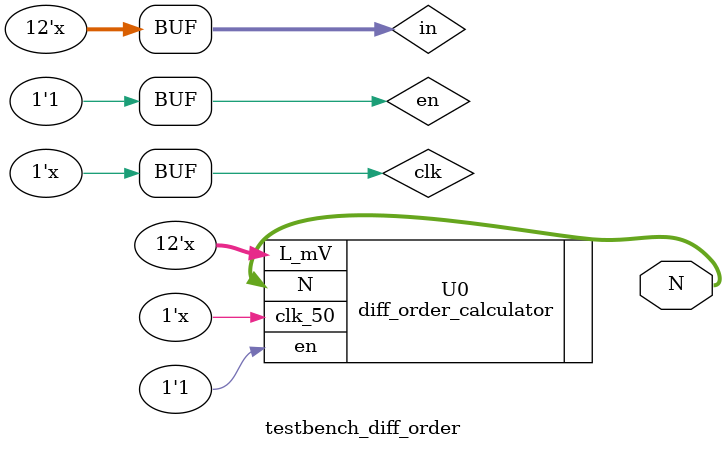
<source format=v>
`timescale 1ns/1ps

module testbench_diff_order (
	output wire[15:0] N
);

	reg clk = 1'b0;
	reg en = 1'b1;
	
	reg[11:0] in = 12'd10;
	
	
	diff_order_calculator U0 (
		.clk_50(clk),
		.en(en),
		.L_mV(in),
		.N(N)
	);
	
	
	always
		#10 clk <= ~clk; // 50MHz
	
	always
		#400 in <= in + 12'd10;


endmodule
</source>
